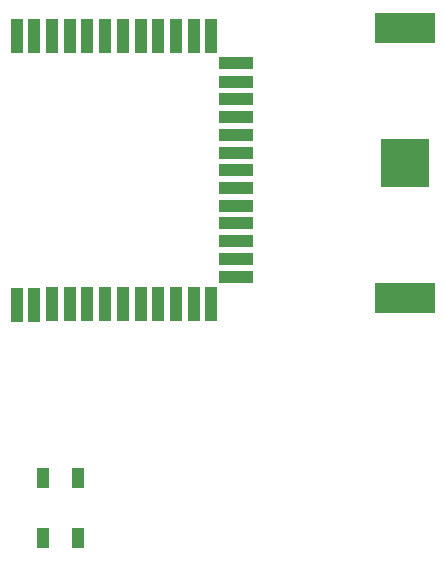
<source format=gbr>
G04 EAGLE Gerber RS-274X export*
G75*
%MOMM*%
%FSLAX34Y34*%
%LPD*%
%INSolderpaste Top*%
%IPPOS*%
%AMOC8*
5,1,8,0,0,1.08239X$1,22.5*%
G01*
%ADD10R,1.000000X3.000000*%
%ADD11R,3.000000X1.000000*%
%ADD12R,1.117600X1.752600*%
%ADD13R,4.064000X4.064000*%
%ADD14R,5.080000X2.540000*%


D10*
X343700Y325000D03*
X328700Y325000D03*
X313700Y325000D03*
X298700Y325000D03*
X283700Y325000D03*
X268700Y325000D03*
X253700Y325000D03*
X238700Y325000D03*
X223700Y325000D03*
X208700Y325000D03*
X193700Y324500D03*
X178700Y324500D03*
D11*
X364700Y529000D03*
X364700Y513500D03*
X364700Y498500D03*
X364700Y483500D03*
X364700Y468500D03*
X364700Y453500D03*
X364700Y438500D03*
X364700Y423500D03*
X364700Y408500D03*
X364700Y393500D03*
X364700Y378500D03*
X364700Y363500D03*
X364700Y348500D03*
D10*
X343700Y552500D03*
X328700Y552500D03*
X313700Y552500D03*
X298700Y552500D03*
X283700Y552500D03*
X268700Y552500D03*
X253700Y552500D03*
X238700Y552500D03*
X223700Y552500D03*
X208700Y552500D03*
X193700Y552500D03*
X178700Y552500D03*
D12*
X201168Y177800D03*
X230632Y177800D03*
X230632Y127000D03*
X201168Y127000D03*
D13*
X508000Y444500D03*
D14*
X508000Y558800D03*
X508000Y330200D03*
M02*

</source>
